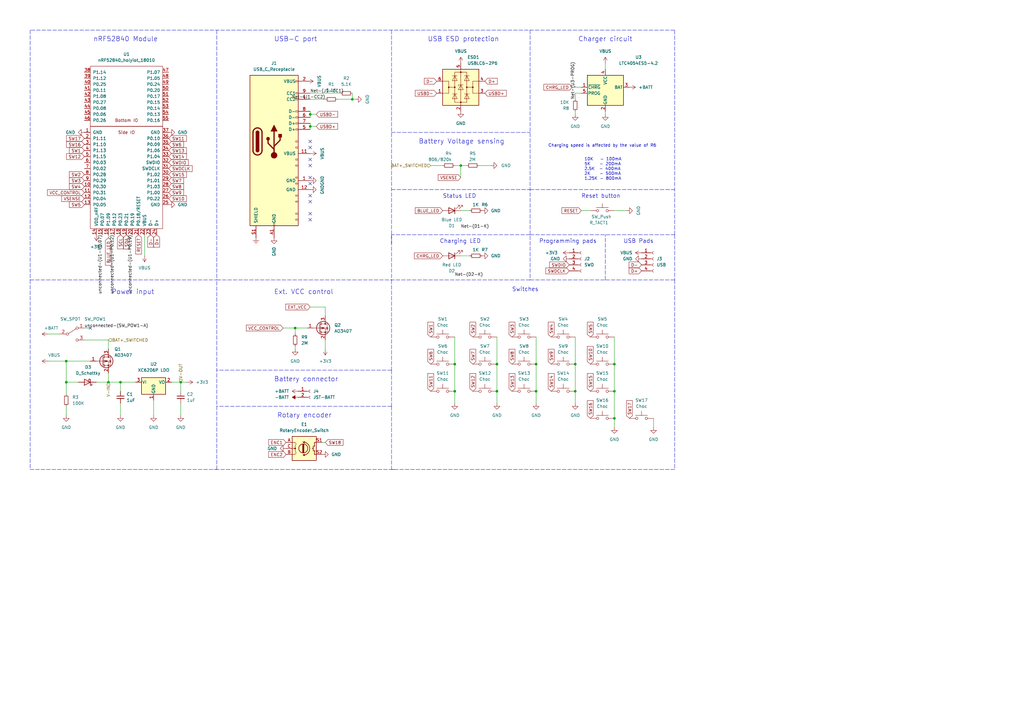
<source format=kicad_sch>
(kicad_sch (version 20211123) (generator eeschema)
  (paper "User" 431.8 299.999)
  (lib_symbols
    (symbol "Battery_Management:LTC4054ES5-4.2" (pin_names (offset 0.254))
      (property "Reference" "U" (at -5.842 6.604 0))
      (property "Value" "LTC4054ES5-4.2" (at 1.524 6.604 0))
      (symbol "LTC4054ES5-4.2_1_1"
        (pin open_collector line (at -10.16 0 0) (length 2.54) (name "~{CHRG}") (number "1"))
        (pin power_in line (at 0 -10.16 90) (length 2.54) (name "GND") (number "2"))
        (pin power_out line (at 10.16 0 180) (length 2.54) (name "BAT") (number "3"))
        (pin power_in line (at 0 7.62 270) (length 2.54) (name "VCC") (number "4"))
        (pin bidirectional line (at -10.16 -2.54 0) (length 2.54) (name "PROG") (number "5"))
      )
    )
    (symbol "Connector:Conn_01x02_Female" (pin_names (offset 1.016) hide)
      (property "Reference" "J" (at 0 2.54 0))
      (property "Value" "Conn_01x02_Female" (at 0 -5.08 0))
      (symbol "Conn_01x02_Female_1_1"
        (pin passive line (at -5.08 0 0) (length 3.81) (name "Pin_1") (number "1"))
        (pin passive line (at -5.08 -2.54 0) (length 3.81) (name "Pin_2") (number "2"))
      )
    )
    (symbol "Connector:Conn_01x04_Female" (pin_names (offset 1.016) hide)
      (property "Reference" "J" (at 0 5.08 0))
      (property "Value" "Conn_01x04_Female" (at 0 -7.62 0))
      (symbol "Conn_01x04_Female_1_1"
        (pin passive line (at -5.08 2.54 0) (length 3.81) (name "Pin_1") (number "1"))
        (pin passive line (at -5.08 0 0) (length 3.81) (name "Pin_2") (number "2"))
        (pin passive line (at -5.08 -2.54 0) (length 3.81) (name "Pin_3") (number "3"))
        (pin passive line (at -5.08 -5.08 0) (length 3.81) (name "Pin_4") (number "4"))
      )
    )
    (symbol "Connector:USB_C_Receptacle" (pin_names (offset 1.016))
      (property "Reference" "J1" (at 0 33.02 0))
      (property "Value" "USB_C_Receptacle" (at 0 30.48 0))
      (symbol "USB_C_Receptacle_1_1"
        (pin passive line (at 15.24 -16.51 180) (length 5.08) (name "GND") (number "1"))
        (pin passive line (at 15.24 -5.08 180) (length 5.08) (name "VBUS") (number "11"))
        (pin passive line (at 15.24 -20.32 180) (length 5.08) (name "GND") (number "12"))
        (pin passive line (at 15.24 25.4 180) (length 5.08) (name "VBUS") (number "2"))
        (pin bidirectional line (at 15.24 17.78 180) (length 5.08) (name "CC2") (number "4"))
        (pin bidirectional line (at 15.24 5.08 180) (length 5.08) (name "D+") (number "5"))
        (pin bidirectional line (at 15.24 10.16 180) (length 5.08) (name "D-") (number "6"))
        (pin bidirectional line (at 15.24 7.62 180) (length 5.08) (name "D+") (number "7"))
        (pin bidirectional line (at 15.24 12.7 180) (length 5.08) (name "D-") (number "8"))
        (pin bidirectional line (at 15.24 20.32 180) (length 5.08) (name "CC1") (number "9"))
        (pin passive line (at 0 -40.64 90) (length 5.08) (name "GND") (number "A1"))
        (pin passive line (at 0 -40.64 90) (length 5.08) hide (name "GND") (number "A12"))
        (pin passive line (at 0 -40.64 90) (length 5.08) hide (name "GND") (number "B1"))
        (pin passive line (at 0 -40.64 90) (length 5.08) hide (name "GND") (number "B12"))
        (pin passive line (at -7.62 -40.64 90) (length 5.08) (name "SHIELD") (number "S1"))
      )
    )
    (symbol "Device:C_Small" (pin_numbers hide) (pin_names (offset 0.254) hide)
      (property "Reference" "C" (at 0.254 1.778 0))
      (property "Value" "C_Small" (at 0.254 -2.032 0))
      (symbol "C_Small_1_1"
        (pin passive line (at 0 2.54 270) (length 2.032) (name "~") (number "1"))
        (pin passive line (at 0 -2.54 90) (length 2.032) (name "~") (number "2"))
      )
    )
    (symbol "Device:D_Schottky" (pin_numbers hide) (pin_names (offset 1.016) hide)
      (property "Reference" "D" (at 0 2.54 0))
      (property "Value" "D_Schottky" (at 0 -2.54 0))
      (symbol "D_Schottky_1_1"
        (pin passive line (at -3.81 0 0) (length 2.54) (name "K") (number "1"))
        (pin passive line (at 3.81 0 180) (length 2.54) (name "A") (number "2"))
      )
    )
    (symbol "Device:LED" (pin_numbers hide) (pin_names (offset 1.016) hide)
      (property "Reference" "D" (at 0 2.54 0))
      (property "Value" "LED" (at 0 -2.54 0))
      (symbol "LED_1_1"
        (pin passive line (at -3.81 0 0) (length 2.54) (name "K") (number "1"))
        (pin passive line (at 3.81 0 180) (length 2.54) (name "A") (number "2"))
      )
    )
    (symbol "Device:R_Small" (pin_numbers hide) (pin_names (offset 0.254) hide)
      (property "Reference" "R" (at 0.762 0.508 0))
      (property "Value" "R_Small" (at 0.762 -1.016 0))
      (symbol "R_Small_1_1"
        (pin passive line (at 0 2.54 270) (length 0.762) (name "~") (number "1"))
        (pin passive line (at 0 -2.54 90) (length 0.762) (name "~") (number "2"))
      )
    )
    (symbol "Device:RotaryEncoder_Switch" (pin_names (offset 0.254) hide)
      (property "Reference" "SW" (at 0 6.604 0))
      (property "Value" "RotaryEncoder_Switch" (at 0 -6.604 0))
      (symbol "RotaryEncoder_Switch_1_1"
        (pin passive line (at -7.62 2.54 0) (length 2.54) (name "A") (number "A"))
        (pin passive line (at -7.62 -2.54 0) (length 2.54) (name "B") (number "B"))
        (pin passive line (at -7.62 0 0) (length 2.54) (name "C") (number "C"))
        (pin passive line (at 7.62 2.54 180) (length 2.54) (name "S1") (number "S1"))
        (pin passive line (at 7.62 -2.54 180) (length 2.54) (name "S2") (number "S2"))
      )
    )
    (symbol "Power_Protection:USBLC6-2P6" (pin_names hide)
      (property "Reference" "U" (at 2.54 8.89 0))
      (property "Value" "USBLC6-2P6" (at 2.54 -8.89 0))
      (symbol "USBLC6-2P6_1_1"
        (pin passive line (at -10.16 -2.54 0) (length 2.54) (name "I/O1") (number "1"))
        (pin passive line (at 0 -10.16 90) (length 2.54) (name "GND") (number "2"))
        (pin passive line (at 10.16 -2.54 180) (length 2.54) (name "I/O2") (number "3"))
        (pin passive line (at 10.16 2.54 180) (length 2.54) (name "I/O2") (number "4"))
        (pin passive line (at 0 10.16 270) (length 2.54) (name "VBUS") (number "5"))
        (pin passive line (at -10.16 2.54 0) (length 2.54) (name "I/O1") (number "6"))
      )
    )
    (symbol "Switch:SW_Push" (pin_numbers hide) (pin_names (offset 1.016) hide)
      (property "Reference" "SW" (at 1.27 2.54 0))
      (property "Value" "SW_Push" (at 0 -1.524 0))
      (symbol "SW_Push_0_1"
        (pin passive line (at -5.08 0 0) (length 2.54) (name "1") (number "1"))
        (pin passive line (at 5.08 0 180) (length 2.54) (name "2") (number "2"))
      )
    )
    (symbol "Switch:SW_SPDT" (pin_names (offset 0) hide)
      (property "Reference" "SW" (at 0 4.318 0))
      (property "Value" "SW_SPDT" (at 0 -5.08 0))
      (symbol "SW_SPDT_1_1"
        (pin passive line (at 5.08 2.54 180) (length 2.54) (name "A") (number "1"))
        (pin passive line (at -5.08 0 0) (length 2.54) (name "B") (number "2"))
        (pin passive line (at 5.08 -2.54 180) (length 2.54) (name "C") (number "3"))
      )
    )
    (symbol "Transistor_FET:AO3401A" (pin_names hide)
      (property "Reference" "Q" (at 5.08 1.905 0))
      (property "Value" "AO3401A" (at 5.08 0 0))
      (symbol "AO3401A_1_1"
        (pin input line (at -5.08 0 0) (length 2.54) (name "G") (number "1"))
        (pin passive line (at 2.54 -5.08 90) (length 2.54) (name "S") (number "2"))
        (pin passive line (at 2.54 5.08 270) (length 2.54) (name "D") (number "3"))
      )
    )
    (symbol "kicad-keyboard-parts:XC6206PxxxMR-Regulator_Linear" (pin_names (offset 0.254))
      (property "Reference" "U" (at -3.81 3.175 0))
      (property "Value" "XC6206PxxxMR-Regulator_Linear" (at 0 3.175 0))
      (property "LCSC" "C5446" (at 0 0 0))
      (symbol "XC6206PxxxMR-Regulator_Linear_1_1"
        (pin power_in line (at 0 -7.62 90) (length 2.54) (name "GND") (number "1"))
        (pin power_out line (at 7.62 0 180) (length 2.54) (name "VO") (number "2"))
        (pin power_in line (at -7.62 0 0) (length 2.54) (name "VI") (number "3"))
      )
    )
    (symbol "kicad-keyboard-parts:nRF52840_holyiot_18010" (pin_names (offset 1.016))
      (property "Reference" "U" (at -2.54 39.37 0))
      (property "Value" "nRF52840_holyiot_18010" (at 0 36.83 0))
      (symbol "nRF52840_holyiot_18010_0_0"
        (text "Bottom IO" (at 0 11.43 0) (effects (font (size 1.27 1.27))))
        (text "Side IO" (at 0 6.35 0) (effects (font (size 1.27 1.27))))
      )
      (symbol "nRF52840_holyiot_18010_1_1"
        (pin power_in line (at -17.78 6.35 0) (length 2.54) (name "GND") (number "1"))
        (pin bidirectional line (at -17.78 -16.51 0) (length 2.54) (name "P0.30") (number "10"))
        (pin bidirectional line (at -17.78 -19.05 0) (length 2.54) (name "P0.31") (number "11"))
        (pin bidirectional line (at -17.78 -21.59 0) (length 2.54) (name "P0.04") (number "12"))
        (pin bidirectional line (at -17.78 -24.13 0) (length 2.54) (name "P0.05") (number "13"))
        (pin power_in line (at -12.7 -36.83 90) (length 2.54) (name "VDD_nRF") (number "14"))
        (pin bidirectional line (at -10.16 -36.83 90) (length 2.54) (name "P0.07") (number "15"))
        (pin bidirectional line (at -7.62 -36.83 90) (length 2.54) (name "P1.09") (number "16"))
        (pin bidirectional line (at -5.08 -36.83 90) (length 2.54) (name "P0.12") (number "17"))
        (pin bidirectional line (at -2.54 -36.83 90) (length 2.54) (name "P0.23") (number "18"))
        (pin bidirectional line (at 0 -36.83 90) (length 2.54) (name "P0.21") (number "19"))
        (pin bidirectional line (at -17.78 3.81 0) (length 2.54) (name "P1.11") (number "2"))
        (pin bidirectional line (at 2.54 -36.83 90) (length 2.54) (name "P0.19") (number "20"))
        (pin input line (at 5.08 -36.83 90) (length 2.54) (name "P0.18/RESET") (number "21"))
        (pin power_in line (at 7.62 -36.83 90) (length 2.54) (name "VBUS") (number "22"))
        (pin bidirectional line (at 10.16 -36.83 90) (length 2.54) (name "D-") (number "23"))
        (pin bidirectional line (at 12.7 -36.83 90) (length 2.54) (name "D+") (number "24"))
        (pin power_in line (at 17.78 -24.13 180) (length 2.54) (name "GND") (number "25"))
        (pin bidirectional line (at 17.78 -21.59 180) (length 2.54) (name "P0.22") (number "26"))
        (pin bidirectional line (at 17.78 -19.05 180) (length 2.54) (name "P1.00") (number "27"))
        (pin bidirectional line (at 17.78 -16.51 180) (length 2.54) (name "P1.03") (number "28"))
        (pin bidirectional line (at 17.78 -13.97 180) (length 2.54) (name "P1.01") (number "29"))
        (pin bidirectional line (at -17.78 1.27 0) (length 2.54) (name "P1.10") (number "3"))
        (pin bidirectional line (at 17.78 -11.43 180) (length 2.54) (name "P1.02") (number "30"))
        (pin bidirectional line (at 17.78 -8.89 180) (length 2.54) (name "SWDCLK") (number "31"))
        (pin bidirectional line (at 17.78 -6.35 180) (length 2.54) (name "SWDIO") (number "32"))
        (pin bidirectional line (at 17.78 -3.81 180) (length 2.54) (name "P1.04") (number "33"))
        (pin bidirectional line (at 17.78 -1.27 180) (length 2.54) (name "P1.06") (number "34"))
        (pin bidirectional line (at 17.78 1.27 180) (length 2.54) (name "P0.09") (number "35"))
        (pin bidirectional line (at 17.78 3.81 180) (length 2.54) (name "P0.10") (number "36"))
        (pin power_in line (at 17.78 6.35 180) (length 2.54) (name "GND") (number "37"))
        (pin bidirectional line (at -17.78 31.75 0) (length 2.54) (name "P1.14") (number "38"))
        (pin bidirectional line (at -17.78 29.21 0) (length 2.54) (name "P1.12") (number "39"))
        (pin bidirectional line (at -17.78 -1.27 0) (length 2.54) (name "P1.13") (number "4"))
        (pin bidirectional line (at -17.78 26.67 0) (length 2.54) (name "P0.25") (number "40"))
        (pin bidirectional line (at -17.78 24.13 0) (length 2.54) (name "P0.11") (number "41"))
        (pin bidirectional line (at -17.78 21.59 0) (length 2.54) (name "P1.08") (number "42"))
        (pin bidirectional line (at -17.78 19.05 0) (length 2.54) (name "P0.27") (number "43"))
        (pin bidirectional line (at -17.78 16.51 0) (length 2.54) (name "P0.08") (number "44"))
        (pin bidirectional line (at -17.78 13.97 0) (length 2.54) (name "P0.06") (number "45"))
        (pin bidirectional line (at -17.78 11.43 0) (length 2.54) (name "P0.26") (number "46"))
        (pin bidirectional line (at 17.78 31.75 180) (length 2.54) (name "P1.07") (number "47"))
        (pin bidirectional line (at 17.78 29.21 180) (length 2.54) (name "P1.05") (number "48"))
        (pin bidirectional line (at 17.78 26.67 180) (length 2.54) (name "P0.24") (number "49"))
        (pin bidirectional line (at -17.78 -3.81 0) (length 2.54) (name "P1.15") (number "5"))
        (pin bidirectional line (at 17.78 24.13 180) (length 2.54) (name "P0.20") (number "50"))
        (pin bidirectional line (at 17.78 21.59 180) (length 2.54) (name "P0.17") (number "51"))
        (pin bidirectional line (at 17.78 19.05 180) (length 2.54) (name "P0.15") (number "52"))
        (pin bidirectional line (at 17.78 16.51 180) (length 2.54) (name "P0.14") (number "53"))
        (pin bidirectional line (at 17.78 13.97 180) (length 2.54) (name "P0.13") (number "54"))
        (pin bidirectional line (at 17.78 11.43 180) (length 2.54) (name "P0.16") (number "55"))
        (pin bidirectional line (at -17.78 -6.35 0) (length 2.54) (name "P0.03") (number "6"))
        (pin bidirectional line (at -17.78 -8.89 0) (length 2.54) (name "P0.02") (number "7"))
        (pin bidirectional line (at -17.78 -11.43 0) (length 2.54) (name "P0.28") (number "8"))
        (pin bidirectional line (at -17.78 -13.97 0) (length 2.54) (name "P0.29") (number "9"))
      )
    )
    (symbol "power:+3.3V" (power) (pin_names (offset 0))
      (property "Value" "+3.3V" (at 0 3.556 0))
      (symbol "+3.3V_1_1"
        (pin power_in line (at 0 0 90) (length 0) hide (name "+3V3") (number "1"))
      )
    )
    (symbol "power:+BATT" (power) (pin_names (offset 0))
      (property "Value" "+BATT" (at 0 3.556 0))
      (symbol "+BATT_1_1"
        (pin power_in line (at 0 0 90) (length 0) hide (name "+BATT") (number "1"))
      )
    )
    (symbol "power:-BATT" (power) (pin_names (offset 0))
      (property "Value" "-BATT" (at 0 3.556 0))
      (symbol "-BATT_1_1"
        (pin power_in line (at 0 0 90) (length 0) hide (name "-BATT") (number "1"))
      )
    )
    (symbol "power:Earth" (power) (pin_names (offset 0))
      (symbol "Earth_1_1"
        (pin power_in line (at 0 0 270) (length 0) hide (name "Earth") (number "1"))
      )
    )
    (symbol "power:GND" (power) (pin_names (offset 0))
      (property "Value" "GND" (at 0 -3.81 0))
      (symbol "GND_1_1"
        (pin power_in line (at 0 0 270) (length 0) hide (name "GND") (number "1"))
      )
    )
    (symbol "power:VBUS" (power) (pin_names (offset 0))
      (property "Value" "VBUS" (at 0 3.81 0))
      (symbol "VBUS_1_1"
        (pin power_in line (at 0 0 90) (length 0) hide (name "VBUS") (number "1"))
      )
    )
  )
  (junction (at 191.77 165.1))
  (junction (at 50.8 161.29))
  (junction (at 27.94 152.4))
  (junction (at 27.94 161.29))
  (junction (at 226.06 153.67))
  (junction (at 130.81 53.34))
  (junction (at 76.2 161.29))
  (junction (at 148.59 41.91))
  (junction (at 226.06 165.1))
  (junction (at 130.81 48.26))
  (junction (at 242.57 165.1))
  (junction (at 259.08 153.67))
  (junction (at 242.57 153.67))
  (junction (at 191.77 153.67))
  (junction (at 209.55 153.67))
  (junction (at 259.08 165.1))
  (junction (at 194.31 69.85))
  (junction (at 209.55 165.1))
  (junction (at 45.72 161.29))
  (junction (at 124.46 138.43))
  (junction (at 259.08 176.53))
  (no_connect (at 130.81 92.71))
  (no_connect (at 130.81 90.17))
  (no_connect (at 38.1 138.43))
  (no_connect (at 130.81 85.09))
  (no_connect (at 130.81 77.47))
  (no_connect (at 130.81 62.23))
  (no_connect (at 130.81 69.85))
  (no_connect (at 130.81 74.93))
  (no_connect (at 130.81 67.31))
  (no_connect (at 130.81 59.69))
  (no_connect (at 130.81 82.55))
  (polyline (pts (xy 12.7 118.11) (xy 91.44 118.11)))
  (polyline (pts (xy 91.44 12.7) (xy 91.44 118.11)))
  (wire (pts (xy 76.2 161.29) (xy 76.2 165.1)))
  (wire (pts (xy 124.46 138.43) (xy 129.54 138.43)))
  (wire (pts (xy 119.38 138.43) (xy 124.46 138.43)))
  (wire (pts (xy 241.3 36.83) (xy 245.11 36.83)))
  (wire (pts (xy 209.55 165.1) (xy 209.55 170.18)))
  (wire (pts (xy 50.8 170.18) (xy 50.8 175.26)))
  (wire (pts (xy 50.8 161.29) (xy 50.8 165.1)))
  (wire (pts (xy 194.31 69.85) (xy 196.85 69.85)))
  (wire (pts (xy 191.77 69.85) (xy 194.31 69.85)))
  (wire (pts (xy 60.96 99.06) (xy 60.96 107.95)))
  (polyline (pts (xy 223.52 118.11) (xy 255.27 118.11)))
  (polyline (pts (xy 255.27 118.11) (xy 255.27 99.06)))
  (wire (pts (xy 137.16 147.32) (xy 137.16 143.51)))
  (polyline (pts (xy 165.1 80.01) (xy 223.52 80.01)))
  (wire (pts (xy 194.31 88.9) (xy 198.12 88.9)))
  (wire (pts (xy 242.57 153.67) (xy 242.57 165.1)))
  (wire (pts (xy 35.56 143.51) (xy 45.72 143.51)))
  (wire (pts (xy 137.16 186.69) (xy 135.89 186.69)))
  (wire (pts (xy 242.57 46.99) (xy 242.57 48.26)))
  (wire (pts (xy 27.94 175.26) (xy 27.94 171.45)))
  (wire (pts (xy 275.59 176.53) (xy 275.59 180.34)))
  (wire (pts (xy 194.31 69.85) (xy 194.31 74.93)))
  (wire (pts (xy 76.2 161.29) (xy 78.74 161.29)))
  (wire (pts (xy 72.39 161.29) (xy 76.2 161.29)))
  (wire (pts (xy 25.4 140.97) (xy 20.32 140.97)))
  (polyline (pts (xy 165.1 99.06) (xy 165.1 102.87)))
  (polyline (pts (xy 223.52 99.06) (xy 165.1 99.06)))
  (polyline (pts (xy 165.1 156.21) (xy 91.44 156.21)))
  (polyline (pts (xy 165.1 118.11) (xy 165.1 156.21)))
  (wire (pts (xy 20.32 152.4) (xy 27.94 152.4)))
  (wire (pts (xy 27.94 152.4) (xy 38.1 152.4)))
  (wire (pts (xy 76.2 170.18) (xy 76.2 175.26)))
  (wire (pts (xy 124.46 138.43) (xy 124.46 140.97)))
  (wire (pts (xy 50.8 161.29) (xy 57.15 161.29)))
  (wire (pts (xy 40.64 161.29) (xy 45.72 161.29)))
  (wire (pts (xy 45.72 161.29) (xy 50.8 161.29)))
  (wire (pts (xy 45.72 157.48) (xy 45.72 161.29)))
  (wire (pts (xy 226.06 142.24) (xy 226.06 153.67)))
  (wire (pts (xy 27.94 152.4) (xy 27.94 161.29)))
  (wire (pts (xy 27.94 161.29) (xy 27.94 166.37)))
  (polyline (pts (xy 165.1 55.88) (xy 223.52 55.88)))
  (wire (pts (xy 245.11 39.37) (xy 242.57 39.37)))
  (wire (pts (xy 242.57 39.37) (xy 242.57 41.91)))
  (wire (pts (xy 45.72 99.06) (xy 45.72 100.33)))
  (wire (pts (xy 130.81 129.54) (xy 137.16 129.54)))
  (wire (pts (xy 209.55 142.24) (xy 209.55 153.67)))
  (wire (pts (xy 129.54 34.29) (xy 130.81 34.29)))
  (wire (pts (xy 27.94 161.29) (xy 33.02 161.29)))
  (polyline (pts (xy 91.44 198.12) (xy 91.44 118.11)))
  (polyline (pts (xy 12.7 118.11) (xy 12.7 198.12)))
  (polyline (pts (xy 12.7 198.12) (xy 91.44 198.12)))
  (wire (pts (xy 259.08 88.9) (xy 264.16 88.9)))
  (wire (pts (xy 201.93 69.85) (xy 207.01 69.85)))
  (wire (pts (xy 45.72 147.32) (xy 45.72 143.51)))
  (polyline (pts (xy 284.48 12.7) (xy 12.7 12.7)))
  (polyline (pts (xy 12.7 12.7) (xy 12.7 118.11)))
  (polyline (pts (xy 284.48 99.06) (xy 284.48 12.7)))
  (polyline (pts (xy 223.52 99.06) (xy 284.48 99.06)))
  (wire (pts (xy 35.56 138.43) (xy 38.1 138.43)))
  (wire (pts (xy 194.31 107.95) (xy 198.12 107.95)))
  (wire (pts (xy 226.06 153.67) (xy 226.06 165.1)))
  (wire (pts (xy 130.81 53.34) (xy 130.81 52.07)))
  (wire (pts (xy 130.81 54.61) (xy 130.81 53.34)))
  (wire (pts (xy 130.81 53.34) (xy 133.35 53.34)))
  (wire (pts (xy 259.08 153.67) (xy 259.08 165.1)))
  (wire (pts (xy 242.57 142.24) (xy 242.57 153.67)))
  (wire (pts (xy 148.59 41.91) (xy 149.86 41.91)))
  (wire (pts (xy 142.24 41.91) (xy 148.59 41.91)))
  (wire (pts (xy 242.57 165.1) (xy 242.57 170.18)))
  (wire (pts (xy 209.55 153.67) (xy 209.55 165.1)))
  (wire (pts (xy 130.81 39.37) (xy 143.51 39.37)))
  (wire (pts (xy 130.81 41.91) (xy 137.16 41.91)))
  (wire (pts (xy 259.08 176.53) (xy 259.08 180.34)))
  (wire (pts (xy 259.08 165.1) (xy 259.08 176.53)))
  (wire (pts (xy 255.27 48.26) (xy 255.27 46.99)))
  (wire (pts (xy 259.08 142.24) (xy 259.08 153.67)))
  (wire (pts (xy 191.77 142.24) (xy 191.77 153.67)))
  (wire (pts (xy 191.77 153.67) (xy 191.77 165.1)))
  (wire (pts (xy 191.77 165.1) (xy 191.77 170.18)))
  (wire (pts (xy 255.27 26.67) (xy 255.27 29.21)))
  (polyline (pts (xy 284.48 198.12) (xy 90.17 198.12)))
  (polyline (pts (xy 284.48 118.11) (xy 284.48 198.12)))
  (wire (pts (xy 245.11 88.9) (xy 248.92 88.9)))
  (polyline (pts (xy 165.1 156.21) (xy 165.1 171.45)))
  (polyline (pts (xy 165.1 171.45) (xy 91.44 171.45)))
  (wire (pts (xy 64.77 168.91) (xy 64.77 175.26)))
  (wire (pts (xy 181.61 69.85) (xy 186.69 69.85)))
  (polyline (pts (xy 284.48 99.06) (xy 284.48 118.11)))
  (polyline (pts (xy 284.48 118.11) (xy 255.27 118.11)))
  (wire (pts (xy 226.06 165.1) (xy 226.06 170.18)))
  (wire (pts (xy 130.81 46.99) (xy 130.81 48.26)))
  (wire (pts (xy 130.81 48.26) (xy 133.35 48.26)))
  (wire (pts (xy 130.81 48.26) (xy 130.81 49.53)))
  (polyline (pts (xy 91.44 118.11) (xy 165.1 118.11)))
  (polyline (pts (xy 165.1 12.7) (xy 165.1 118.11)))
  (polyline (pts (xy 165.1 171.45) (xy 165.1 198.12)))
  (polyline (pts (xy 165.1 198.12) (xy 166.37 198.12)))
  (polyline (pts (xy 223.52 118.11) (xy 165.1 118.11)))
  (polyline (pts (xy 223.52 12.7) (xy 223.52 118.11)))
  (wire (pts (xy 137.16 129.54) (xy 137.16 133.35)))
  (wire (pts (xy 124.46 147.32) (xy 124.46 146.05)))
  (wire (pts (xy 148.59 41.91) (xy 148.59 39.37)))
  (polyline (pts (xy 223.52 80.01) (xy 284.48 80.01)))
  (text "Status LED" (at 186.69 83.82 0) (effects (font (size 1.7 1.7)) (justify left bottom)))
  (text "Battery Voltage sensing" (at 176.53 60.96 0) (effects (font (size 2 2)) (justify left bottom)))
  (text "Rotary encoder" (at 116.84 176.53 0) (effects (font (size 2 2)) (justify left bottom)))
  (text "10K   - 100mA\n5K    - 200mA\n2.5K  - 400mA\n2K    - 500mA\n1.25K - 800mA" (at 246.38 76.2 0) (effects (font (size 1.27 1.27)) (justify left bottom)))
  (text "USB-C port" (at 115.57 17.78 0) (effects (font (size 2 2)) (justify left bottom)))
  (text "Charging LED" (at 185.42 102.87 0) (effects (font (size 1.7 1.7)) (justify left bottom)))
  (text "Battery connector" (at 115.57 161.29 0) (effects (font (size 2 2)) (justify left bottom)))
  (text "Charger circuit" (at 243.84 17.78 0) (effects (font (size 2 2)) (justify left bottom)))
  (text "Switches" (at 215.9 123.19 0) (effects (font (size 1.7 1.7)) (justify left bottom)))
  (text "USB ESD protection" (at 180.34 17.78 0) (effects (font (size 2 2)) (justify left bottom)))
  (text "USB Pads" (at 262.89 102.87 0) (effects (font (size 1.7 1.7)) (justify left bottom)))
  (text "Programming pads" (at 227.33 102.87 0) (effects (font (size 1.7 1.7)) (justify left bottom)))
  (text "nRF52840 Module" (at 39.37 17.78 0) (effects (font (size 2 2)) (justify left bottom)))
  (text "Charging speed is affected by the value of R6" (at 231.14 62.23 0) (effects (font (size 1.27 1.27)) (justify left bottom)))
  (text "Reset button" (at 245.11 83.82 0) (effects (font (size 1.7 1.7)) (justify left bottom)))
  (text "Power input" (at 46.99 124.46 0) (effects (font (size 2 2)) (justify left bottom)))
  (text "Ext. VCC control" (at 115.57 124.46 0) (effects (font (size 2 2)) (justify left bottom)))
  (label "unconnected-(SW_POW1-A)" (at 35.56 138.43 0))
  (label "Net-(U3-PROG)" (at 242.57 41.91 90))
  (label "Net-(D2-K)" (at 191.77 116.84 0))
  (label "unconnected-(U1-P0.19)" (at 55.88 99.06 270))
  (label "Net-(J1-CC2)" (at 137.16 41.91 180))
  (label "unconnected-(U1-P0.07)" (at 43.18 99.06 270))
  (label "Net-(J1-CC1)" (at 130.81 39.37 0))
  (label "Net-(D1-K)" (at 194.31 96.52 0))
  (label "unconnected-(U1-P0.12)" (at 48.26 99.06 270))
  (global_label "BLUE_LED" (shape input) (at 186.69 88.9 180) (property "Intersheet References" "${INTERSHEET_REFS}" (effects hide)))
  (global_label "USBD-" (shape input) (at 133.35 48.26 0) (property "Intersheet References" "${INTERSHEET_REFS}" (effects hide)))
  (global_label "BLUE_LED" (shape input) (at 45.72 100.33 270) (property "Intersheet References" "${INTERSHEET_REFS}" (effects hide)))
  (global_label "SWDCLK" (shape input) (at 240.03 114.3 180) (property "Intersheet References" "${INTERSHEET_REFS}" (effects hide)))
  (global_label "SW2" (shape input) (at 199.39 142.24 90) (property "Intersheet References" "${INTERSHEET_REFS}" (effects hide)))
  (global_label "SW6" (shape input) (at 181.61 153.67 90) (property "Intersheet References" "${INTERSHEET_REFS}" (effects hide)))
  (global_label "SW17" (shape input) (at 35.56 58.42 180) (property "Intersheet References" "${INTERSHEET_REFS}" (effects hide)))
  (global_label "SW11" (shape input) (at 181.61 165.1 90) (property "Intersheet References" "${INTERSHEET_REFS}" (effects hide)))
  (global_label "SW2" (shape input) (at 35.56 73.66 180) (property "Intersheet References" "${INTERSHEET_REFS}" (effects hide)))
  (global_label "D-" (shape input) (at 270.51 111.76 180) (property "Intersheet References" "${INTERSHEET_REFS}" (effects hide)))
  (global_label "SCL" (shape input) (at 50.8 99.06 270) (property "Intersheet References" "${INTERSHEET_REFS}" (effects hide)))
  (global_label "SDA" (shape input) (at 53.34 99.06 270) (property "Intersheet References" "${INTERSHEET_REFS}" (effects hide)))
  (global_label "SW10" (shape input) (at 248.92 153.67 90) (property "Intersheet References" "${INTERSHEET_REFS}" (effects hide)))
  (global_label "SWDCLK" (shape input) (at 71.12 71.12 0) (property "Intersheet References" "${INTERSHEET_REFS}" (effects hide)))
  (global_label "SW10" (shape input) (at 71.12 83.82 0) (property "Intersheet References" "${INTERSHEET_REFS}" (effects hide)))
  (global_label "D-" (shape input) (at 184.15 34.29 180) (property "Intersheet References" "${INTERSHEET_REFS}" (effects hide)))
  (global_label "USBD-" (shape input) (at 184.15 39.37 180) (property "Intersheet References" "${INTERSHEET_REFS}" (effects hide)))
  (global_label "SW6" (shape input) (at 71.12 60.96 0) (property "Intersheet References" "${INTERSHEET_REFS}" (effects hide)))
  (global_label "D-" (shape input) (at 63.5 99.06 270) (property "Intersheet References" "${INTERSHEET_REFS}" (effects hide)))
  (global_label "SW11" (shape input) (at 71.12 58.42 0) (property "Intersheet References" "${INTERSHEET_REFS}" (effects hide)))
  (global_label "VSENSE" (shape input) (at 35.56 83.82 180) (property "Intersheet References" "${INTERSHEET_REFS}" (effects hide)))
  (global_label "SW4" (shape input) (at 232.41 142.24 90) (property "Intersheet References" "${INTERSHEET_REFS}" (effects hide)))
  (global_label "ENC1" (shape input) (at 120.65 186.69 180) (property "Intersheet References" "${INTERSHEET_REFS}" (effects hide)))
  (global_label "SW14" (shape input) (at 71.12 66.04 0) (property "Intersheet References" "${INTERSHEET_REFS}" (effects hide)))
  (global_label "SW15" (shape input) (at 248.92 165.1 90) (property "Intersheet References" "${INTERSHEET_REFS}" (effects hide)))
  (global_label "SW3" (shape input) (at 35.56 76.2 180) (property "Intersheet References" "${INTERSHEET_REFS}" (effects hide)))
  (global_label "VSENSE" (shape input) (at 194.31 74.93 180) (property "Intersheet References" "${INTERSHEET_REFS}" (effects hide)))
  (global_label "CHRG_LED" (shape input) (at 186.69 107.95 180) (property "Intersheet References" "${INTERSHEET_REFS}" (effects hide)))
  (global_label "USBD+" (shape input) (at 133.35 53.34 0) (property "Intersheet References" "${INTERSHEET_REFS}" (effects hide)))
  (global_label "SW15" (shape input) (at 71.12 73.66 0) (property "Intersheet References" "${INTERSHEET_REFS}" (effects hide)))
  (global_label "D+" (shape input) (at 66.04 99.06 270) (property "Intersheet References" "${INTERSHEET_REFS}" (effects hide)))
  (global_label "SW13" (shape input) (at 71.12 63.5 0) (property "Intersheet References" "${INTERSHEET_REFS}" (effects hide)))
  (global_label "SWDIO" (shape input) (at 71.12 68.58 0) (property "Intersheet References" "${INTERSHEET_REFS}" (effects hide)))
  (global_label "SW12" (shape input) (at 35.56 66.04 180) (property "Intersheet References" "${INTERSHEET_REFS}" (effects hide)))
  (global_label "ENC2" (shape input) (at 120.65 191.77 180) (property "Intersheet References" "${INTERSHEET_REFS}" (effects hide)))
  (global_label "SW1" (shape input) (at 181.61 142.24 90) (property "Intersheet References" "${INTERSHEET_REFS}" (effects hide)))
  (global_label "D+" (shape input) (at 204.47 34.29 0) (property "Intersheet References" "${INTERSHEET_REFS}" (effects hide)))
  (global_label "SW8" (shape input) (at 71.12 78.74 0) (property "Intersheet References" "${INTERSHEET_REFS}" (effects hide)))
  (global_label "D+" (shape input) (at 270.51 114.3 180) (property "Intersheet References" "${INTERSHEET_REFS}" (effects hide)))
  (global_label "SW17" (shape input) (at 265.43 176.53 90) (property "Intersheet References" "${INTERSHEET_REFS}" (effects hide)))
  (global_label "SW7" (shape input) (at 199.39 153.67 90) (property "Intersheet References" "${INTERSHEET_REFS}" (effects hide)))
  (global_label "SW9" (shape input) (at 71.12 81.28 0) (property "Intersheet References" "${INTERSHEET_REFS}" (effects hide)))
  (global_label "SW16" (shape input) (at 248.92 176.53 90) (property "Intersheet References" "${INTERSHEET_REFS}" (effects hide)))
  (global_label "SW8" (shape input) (at 215.9 153.67 90) (property "Intersheet References" "${INTERSHEET_REFS}" (effects hide)))
  (global_label "SW3" (shape input) (at 215.9 142.24 90) (property "Intersheet References" "${INTERSHEET_REFS}" (effects hide)))
  (global_label "SW12" (shape input) (at 199.39 165.1 90) (property "Intersheet References" "${INTERSHEET_REFS}" (effects hide)))
  (global_label "SW5" (shape input) (at 248.92 142.24 90) (property "Intersheet References" "${INTERSHEET_REFS}" (effects hide)))
  (global_label "RESET" (shape input) (at 58.42 99.06 270) (property "Intersheet References" "${INTERSHEET_REFS}" (effects hide)))
  (global_label "SW7" (shape input) (at 71.12 76.2 0) (property "Intersheet References" "${INTERSHEET_REFS}" (effects hide)))
  (global_label "SW4" (shape input) (at 35.56 78.74 180) (property "Intersheet References" "${INTERSHEET_REFS}" (effects hide)))
  (global_label "SW9" (shape input) (at 232.41 153.67 90) (property "Intersheet References" "${INTERSHEET_REFS}" (effects hide)))
  (global_label "VCC_CONTROL" (shape input) (at 35.56 81.28 180) (property "Intersheet References" "${INTERSHEET_REFS}" (effects hide)))
  (global_label "VCC_CONTROL" (shape input) (at 119.38 138.43 180) (property "Intersheet References" "${INTERSHEET_REFS}" (effects hide)))
  (global_label "SW16" (shape input) (at 35.56 60.96 180) (property "Intersheet References" "${INTERSHEET_REFS}" (effects hide)))
  (global_label "SW14" (shape input) (at 232.41 165.1 90) (property "Intersheet References" "${INTERSHEET_REFS}" (effects hide)))
  (global_label "SW1" (shape input) (at 35.56 63.5 180) (property "Intersheet References" "${INTERSHEET_REFS}" (effects hide)))
  (global_label "SW5" (shape input) (at 35.56 86.36 180) (property "Intersheet References" "${INTERSHEET_REFS}" (effects hide)))
  (global_label "CHRG_LED" (shape input) (at 241.3 36.83 180) (property "Intersheet References" "${INTERSHEET_REFS}" (effects hide)))
  (global_label "USBD+" (shape input) (at 204.47 39.37 0) (property "Intersheet References" "${INTERSHEET_REFS}" (effects hide)))
  (global_label "SWDIO" (shape input) (at 240.03 111.76 180) (property "Intersheet References" "${INTERSHEET_REFS}" (effects hide)))
  (global_label "EXT_VCC" (shape input) (at 130.81 129.54 180) (property "Intersheet References" "${INTERSHEET_REFS}" (effects hide)))
  (global_label "RESET" (shape input) (at 245.11 88.9 180) (property "Intersheet References" "${INTERSHEET_REFS}" (effects hide)))
  (global_label "SW13" (shape input) (at 215.9 165.1 90) (property "Intersheet References" "${INTERSHEET_REFS}" (effects hide)))
  (global_label "SW18" (shape input) (at 137.16 186.69 0) (property "Intersheet References" "${INTERSHEET_REFS}" (effects hide)))
  (hierarchical_label "BAT+_SWITCHED" (shape input) (at 181.61 69.85 180))
  (hierarchical_label "BAT+_SWITCHED" (shape input) (at 45.72 143.51 0))
  (hierarchical_label "V-IN" (shape input) (at 45.72 161.29 270))
  (hierarchical_label "V-OUT" (shape input) (at 76.2 161.29 90))
  (symbol (lib_id "Device:R_Small") (at 199.39 69.85 90) (unit 1)
    (property "Reference" "R5" (at 200.66 64.77 90) (effects (justify left)))
    (property "Value" "2M" (at 200.6599 67.31 90) (effects (justify left)))
    (property "Footprint" "Resistor_SMD:R_0603_1608Metric" (effects hide))
  )
  (symbol (lib_id "power:GND") (at 242.57 48.26 0) (unit 1)
    (property "Reference" "#PWR0134" (effects hide))
    (property "Value" "GND" (at 242.57 53.34 0))
  )
  (symbol (lib_id "Switch:SW_Push") (at 220.98 153.67 0) (unit 1)
    (property "Reference" "SW8" (at 220.98 146.05 0))
    (property "Value" "Choc" (at 220.98 148.59 0))
    (property "Footprint" "kicad-keyboard-parts:PG13500-reversible" (effects hide))
  )
  (symbol (lib_id "power:GND") (at 130.81 76.2 90) (unit 1)
    (property "Reference" "#PWR0133" (effects hide))
    (property "Value" "GND" (at 135.89 76.2 0))
  )
  (symbol (lib_id "Battery_Management:LTC4054ES5-4.2") (at 255.27 36.83 0) (unit 1)
    (property "Reference" "U3" (at 269.24 24.13 0))
    (property "Value" "LTC4054ES5-4.2" (at 269.24 26.67 0))
    (property "Footprint" "Package_TO_SOT_SMD:TSOT-23-5" (effects hide))
    (property "Datasheet" "https://www.analog.com/media/en/technical-documentation/data-sheets/405442xf.pdf" (effects hide))
  )
  (symbol (lib_id "power:GND") (at 226.06 170.18 0) (unit 1)
    (property "Reference" "#PWR0140" (effects hide))
    (property "Value" "GND" (at 226.06 175.26 0))
  )
  (symbol (lib_id "power:GND") (at 130.81 80.01 90) (unit 1)
    (property "Reference" "#PWR0144" (effects hide))
    (property "Value" "GND" (at 135.89 80.01 0))
  )
  (symbol (lib_id "Switch:SW_Push") (at 186.69 153.67 0) (unit 1)
    (property "Reference" "SW6" (at 186.69 146.05 0))
    (property "Value" "Choc" (at 186.69 148.59 0))
    (property "Footprint" "kicad-keyboard-parts:PG13500-reversible" (effects hide))
  )
  (symbol (lib_id "power:GND") (at 194.31 46.99 0) (unit 1)
    (property "Reference" "#PWR0136" (effects hide))
    (property "Value" "GND" (at 194.31 52.07 0))
  )
  (symbol (lib_id "Power_Protection:USBLC6-2P6") (at 194.31 36.83 0) (unit 1)
    (property "Reference" "ESD1" (at 197.0787 24.13 0) (effects (justify left)))
    (property "Value" "USBLC6-2P6" (at 197.0787 26.67 0) (effects (justify left)))
    (property "Footprint" "Package_TO_SOT_SMD:SOT-666" (effects hide))
    (property "Datasheet" "https://www.st.com/resource/en/datasheet/usblc6-2.pdf" (effects hide))
  )
  (symbol (lib_id "Switch:SW_Push") (at 254 88.9 0) (unit 1)
    (property "Reference" "R_TACT1" (at 256.54 93.98 0) (effects (justify right)))
    (property "Value" "SW_Push" (at 257.81 91.44 0) (effects (justify right)))
    (property "Footprint" "Button_Switch_SMD:SW_SPST_EVQP7C" (effects hide))
  )
  (symbol (lib_id "power:GND") (at 270.51 109.22 270) (unit 1)
    (property "Reference" "#PWR0127" (effects hide))
    (property "Value" "GND" (at 266.7 109.2199 90) (effects (justify right)))
  )
  (symbol (lib_id "power:GND") (at 76.2 175.26 0) (unit 1)
    (property "Reference" "#PWR0101" (effects hide))
    (property "Value" "GND" (at 76.2 180.34 0))
  )
  (symbol (lib_id "Device:R_Small") (at 124.46 143.51 0) (unit 1)
    (property "Reference" "R9" (at 127 142.24 0) (effects (justify left)))
    (property "Value" "2M" (at 127 144.7799 0) (effects (justify left)))
    (property "Footprint" "Resistor_SMD:R_0603_1608Metric" (effects hide))
  )
  (symbol (lib_id "Device:C_Small") (at 76.2 167.64 0) (unit 1)
    (property "Reference" "C2" (at 78.74 166.3762 0) (effects (justify left)))
    (property "Value" "1uF" (at 78.74 168.9162 0) (effects (justify left)))
    (property "Footprint" "Capacitor_SMD:C_0603_1608Metric" (effects hide))
  )
  (symbol (lib_id "kicad-keyboard-parts:nRF52840_holyiot_18010") (at 53.34 62.23 0) (unit 1)
    (property "Reference" "U1" (at 53.34 22.86 0))
    (property "Value" "nRF52840_holyiot_18010" (at 53.34 25.4 0))
    (property "Footprint" "nRF52840_holyiot_18010" (effects hide))
    (property "Datasheet" "http://www.holyiot.com/tp/2019042516322180424.pdf" (effects hide))
  )
  (symbol (lib_id "Switch:SW_Push") (at 254 165.1 0) (unit 1)
    (property "Reference" "SW15" (at 254 157.48 0))
    (property "Value" "Choc" (at 254 160.02 0))
    (property "Footprint" "kicad-keyboard-parts:PG13500-reversible" (effects hide))
  )
  (symbol (lib_id "Device:R_Small") (at 242.57 44.45 180) (unit 1)
    (property "Reference" "R8" (at 240.03 45.72 0) (effects (justify left)))
    (property "Value" "10K" (at 240.03 43.1801 0) (effects (justify left)))
    (property "Footprint" "Resistor_SMD:R_0603_1608Metric" (effects hide))
  )
  (symbol (lib_id "power:GND") (at 71.12 86.36 90) (unit 1)
    (property "Reference" "#PWR0115" (effects hide))
    (property "Value" "GND" (at 74.93 86.3599 90) (effects (justify right)))
  )
  (symbol (lib_id "power:+3.3V") (at 78.74 161.29 270) (unit 1)
    (property "Reference" "#PWR0102" (effects hide))
    (property "Value" "+3.3V" (at 82.55 161.2899 90) (effects (justify left)))
  )
  (symbol (lib_id "Switch:SW_Push") (at 204.47 153.67 0) (unit 1)
    (property "Reference" "SW7" (at 204.47 146.05 0))
    (property "Value" "Choc" (at 204.47 148.59 0))
    (property "Footprint" "kicad-keyboard-parts:PG13500-reversible" (effects hide))
  )
  (symbol (lib_id "power:GND") (at 35.56 55.88 270) (unit 1)
    (property "Reference" "#PWR0117" (effects hide))
    (property "Value" "GND" (at 31.75 55.8799 90) (effects (justify right)))
  )
  (symbol (lib_id "power:VBUS") (at 20.32 152.4 90) (unit 1)
    (property "Reference" "#PWR0103" (effects hide))
    (property "Value" "VBUS" (at 25.4 149.86 90) (effects (justify left)))
  )
  (symbol (lib_id "power:GND") (at 203.2 107.95 90) (unit 1)
    (property "Reference" "#PWR0130" (effects hide))
    (property "Value" "GND" (at 207.01 107.9499 90) (effects (justify right)))
  )
  (symbol (lib_id "Switch:SW_Push") (at 204.47 142.24 0) (unit 1)
    (property "Reference" "SW2" (at 204.47 134.62 0))
    (property "Value" "Choc" (at 204.47 137.16 0))
    (property "Footprint" "kicad-keyboard-parts:PG13500-reversible" (effects hide))
  )
  (symbol (lib_id "power:GND") (at 203.2 88.9 90) (unit 1)
    (property "Reference" "#PWR0131" (effects hide))
    (property "Value" "GND" (at 207.01 88.8999 90) (effects (justify right)))
  )
  (symbol (lib_id "Transistor_FET:AO3401A") (at 134.62 138.43 0) (unit 1)
    (property "Reference" "Q2" (at 140.97 137.1599 0) (effects (justify left)))
    (property "Value" "AO3407" (at 140.97 139.6999 0) (effects (justify left)))
    (property "Footprint" "Package_TO_SOT_SMD:SOT-23" (effects hide))
    (property "Datasheet" "http://www.aosmd.com/pdfs/datasheet/AO3401A.pdf" (effects hide))
  )
  (symbol (lib_id "Connector:Conn_01x02_Female") (at 130.81 165.1 0) (unit 1)
    (property "Reference" "J4" (at 132.08 165.0999 0) (effects (justify left)))
    (property "Value" "JST-BATT" (at 132.08 167.6399 0) (effects (justify left)))
    (property "Footprint" "Connector_JST:JST_PH_S2B-PH-K_1x02_P2.00mm_Horizontal" (effects hide))
  )
  (symbol (lib_id "power:GND") (at 64.77 175.26 0) (unit 1)
    (property "Reference" "#PWR0106" (effects hide))
    (property "Value" "GND" (at 64.77 180.34 0))
  )
  (symbol (lib_id "Device:D_Schottky") (at 36.83 161.29 180) (unit 1)
    (property "Reference" "D3" (at 37.1475 154.94 0))
    (property "Value" "D_Schottky" (at 37.1475 157.48 0))
    (property "Footprint" "Diode_SMD:D_SOD-323" (effects hide))
  )
  (symbol (lib_id "Switch:SW_Push") (at 254 153.67 0) (unit 1)
    (property "Reference" "SW10" (at 254 146.05 0))
    (property "Value" "Choc" (at 254 148.59 0))
    (property "Footprint" "kicad-keyboard-parts:PG13500-reversible" (effects hide))
  )
  (symbol (lib_id "power:+3.3V") (at 137.16 147.32 180) (unit 1)
    (property "Reference" "#PWR0112" (effects hide))
    (property "Value" "+3.3V" (at 137.16 152.4 0))
  )
  (symbol (lib_id "power:GND") (at 275.59 180.34 0) (unit 1)
    (property "Reference" "#PWR0142" (effects hide))
    (property "Value" "GND" (at 275.59 185.42 0))
  )
  (symbol (lib_id "power:GND") (at 255.27 48.26 0) (unit 1)
    (property "Reference" "#PWR0135" (effects hide))
    (property "Value" "GND" (at 255.27 53.34 0))
  )
  (symbol (lib_id "power:VBUS") (at 255.27 26.67 0) (unit 1)
    (property "Reference" "#PWR0123" (effects hide))
    (property "Value" "VBUS" (at 255.27 21.59 0))
  )
  (symbol (lib_id "Device:R_Small") (at 200.66 88.9 90) (unit 1)
    (property "Reference" "R6" (at 205.74 86.36 90) (effects (justify left)))
    (property "Value" "1K" (at 201.93 86.36 90) (effects (justify left)))
    (property "Footprint" "Resistor_SMD:R_0603_1608Metric" (effects hide))
  )
  (symbol (lib_id "Device:C_Small") (at 50.8 167.64 0) (unit 1)
    (property "Reference" "C1" (at 53.34 166.3762 0) (effects (justify left)))
    (property "Value" "1uF" (at 53.34 168.9162 0) (effects (justify left)))
    (property "Footprint" "Capacitor_SMD:C_0603_1608Metric" (effects hide))
  )
  (symbol (lib_id "power:VBUS") (at 129.54 34.29 270) (unit 1)
    (property "Reference" "#PWR0118" (effects hide))
    (property "Value" "VBUS" (at 134.62 34.29 0))
  )
  (symbol (lib_id "power:+3.3V") (at 40.64 99.06 180) (unit 1)
    (property "Reference" "#PWR0120" (effects hide))
    (property "Value" "+3.3V" (at 40.64 104.14 0))
  )
  (symbol (lib_id "Device:R_Small") (at 189.23 69.85 90) (unit 1)
    (property "Reference" "R4" (at 190.5 64.77 90) (effects (justify left)))
    (property "Value" "806/820k" (at 190.4999 67.31 90) (effects (justify left)))
    (property "Footprint" "Resistor_SMD:R_0603_1608Metric" (effects hide))
  )
  (symbol (lib_id "Switch:SW_SPDT") (at 30.48 140.97 0) (unit 1)
    (property "Reference" "SW_POW1" (at 35.56 134.62 0) (effects (justify left)))
    (property "Value" "SW_SPDT" (at 25.4 134.62 0) (effects (justify left)))
    (property "Footprint" "Button_Switch_SMD:SW_SPDT_PCM12" (effects hide))
  )
  (symbol (lib_id "Device:R_Small") (at 146.05 39.37 90) (mirror x) (unit 1)
    (property "Reference" "R2" (at 146.05 33.02 90))
    (property "Value" "5.1K" (at 146.05 35.56 90))
    (property "Footprint" "Resistor_SMD:R_0603_1608Metric" (effects hide))
  )
  (symbol (lib_id "Switch:SW_Push") (at 254 176.53 0) (unit 1)
    (property "Reference" "SW16" (at 254 168.91 0))
    (property "Value" "Choc" (at 254 171.45 0))
    (property "Footprint" "kicad-keyboard-parts:PG13500-reversible" (effects hide))
  )
  (symbol (lib_id "power:GND") (at 240.03 109.22 270) (unit 1)
    (property "Reference" "#PWR0126" (effects hide))
    (property "Value" "GND" (at 236.22 109.2199 90) (effects (justify right)))
  )
  (symbol (lib_id "kicad-keyboard-parts:XC6206PxxxMR-Regulator_Linear") (at 64.77 161.29 0) (unit 1)
    (property "Reference" "U2" (at 64.77 153.67 0))
    (property "Value" "XC6206P LDO" (at 64.77 156.21 0))
    (property "Footprint" "Package_TO_SOT_SMD:SOT-23" (effects hide))
    (property "Datasheet" "https://www.torexsemi.com/file/xc6206/XC6206.pdf" (effects hide))
    (property "LCSC" "C5446" (effects hide))
  )
  (symbol (lib_id "power:GND") (at 120.65 189.23 270) (unit 1)
    (property "Reference" "#PWR0114" (effects hide))
    (property "Value" "GND" (at 116.84 189.2299 90) (effects (justify right)))
  )
  (symbol (lib_id "Switch:SW_Push") (at 237.49 153.67 0) (unit 1)
    (property "Reference" "SW9" (at 237.49 146.05 0))
    (property "Value" "Choc" (at 237.49 148.59 0))
    (property "Footprint" "kicad-keyboard-parts:PG13500-reversible" (effects hide))
  )
  (symbol (lib_id "power:GND") (at 135.89 191.77 90) (unit 1)
    (property "Reference" "#PWR0116" (effects hide))
    (property "Value" "GND" (at 139.7 191.7699 90) (effects (justify right)))
  )
  (symbol (lib_id "power:+3.3V") (at 240.03 106.68 90) (unit 1)
    (property "Reference" "#PWR0125" (effects hide))
    (property "Value" "+3.3V" (at 229.87 106.68 90) (effects (justify right)))
  )
  (symbol (lib_id "power:Earth") (at 107.95 100.33 0) (unit 1)
    (property "Reference" "#PWR0109" (effects hide))
    (property "Value" "Earth" (effects hide))
  )
  (symbol (lib_id "power:GND") (at 124.46 147.32 0) (unit 1)
    (property "Reference" "#PWR0111" (effects hide))
    (property "Value" "GND" (at 124.46 152.4 0))
  )
  (symbol (lib_id "Switch:SW_Push") (at 204.47 165.1 0) (unit 1)
    (property "Reference" "SW12" (at 204.47 157.48 0))
    (property "Value" "Choc" (at 204.47 160.02 0))
    (property "Footprint" "kicad-keyboard-parts:PG13500-reversible" (effects hide))
  )
  (symbol (lib_id "Device:R_Small") (at 139.7 41.91 90) (unit 1)
    (property "Reference" "R1" (at 139.7 35.56 90))
    (property "Value" "5.1K" (at 139.7 38.1 90))
    (property "Footprint" "Resistor_SMD:R_0603_1608Metric" (effects hide))
  )
  (symbol (lib_id "Switch:SW_Push") (at 254 142.24 0) (unit 1)
    (property "Reference" "SW5" (at 254 134.62 0))
    (property "Value" "Choc" (at 254 137.16 0))
    (property "Footprint" "kicad-keyboard-parts:PG13500-reversible" (effects hide))
  )
  (symbol (lib_id "power:GND") (at 71.12 55.88 90) (unit 1)
    (property "Reference" "#PWR0119" (effects hide))
    (property "Value" "GND" (at 74.93 55.8799 90) (effects (justify right)))
  )
  (symbol (lib_id "power:VBUS") (at 194.31 26.67 0) (unit 1)
    (property "Reference" "#PWR0122" (effects hide))
    (property "Value" "VBUS" (at 194.31 21.59 0))
  )
  (symbol (lib_id "Device:LED") (at 190.5 88.9 180) (unit 1)
    (property "Reference" "D1" (at 190.5 95.25 0))
    (property "Value" "Blue LED" (at 190.5 92.71 0))
    (property "Footprint" "LED_SMD:LED_0603_1608Metric" (effects hide))
  )
  (symbol (lib_id "power:VBUS") (at 60.96 107.95 0) (mirror x) (unit 1)
    (property "Reference" "#PWR0121" (effects hide))
    (property "Value" "VBUS" (at 60.96 113.03 0))
  )
  (symbol (lib_id "power:GND") (at 191.77 170.18 0) (unit 1)
    (property "Reference" "#PWR0139" (effects hide))
    (property "Value" "GND" (at 191.77 175.26 0))
  )
  (symbol (lib_id "power:-BATT") (at 125.73 167.64 90) (unit 1)
    (property "Reference" "#PWR0113" (effects hide))
    (property "Value" "-BATT" (at 121.92 167.6399 90) (effects (justify left)))
  )
  (symbol (lib_id "Switch:SW_Push") (at 186.69 142.24 0) (unit 1)
    (property "Reference" "SW1" (at 186.69 134.62 0))
    (property "Value" "Choc" (at 186.69 137.16 0))
    (property "Footprint" "kicad-keyboard-parts:PG13500-reversible" (effects hide))
  )
  (symbol (lib_id "power:VBUS") (at 130.81 64.77 270) (unit 1)
    (property "Reference" "#PWR0145" (effects hide))
    (property "Value" "VBUS" (at 135.89 64.77 0))
  )
  (symbol (lib_id "power:GND") (at 27.94 175.26 0) (unit 1)
    (property "Reference" "#PWR0105" (effects hide))
    (property "Value" "GND" (at 27.94 180.34 0))
  )
  (symbol (lib_id "Connector:Conn_01x04_Female") (at 275.59 109.22 0) (unit 1)
    (property "Reference" "J3" (at 276.86 109.2199 0) (effects (justify left)))
    (property "Value" "USB" (at 276.86 111.7599 0) (effects (justify left)))
    (property "Footprint" "Connector_PinSocket_1.00mm:PinSocket_1x04_P1.00mm_Vertical" (effects hide))
  )
  (symbol (lib_id "Device:LED") (at 190.5 107.95 180) (unit 1)
    (property "Reference" "D2" (at 190.5 114.3 0))
    (property "Value" "Red LED" (at 190.5 111.76 0))
    (property "Footprint" "LED_SMD:LED_0603_1608Metric" (effects hide))
  )
  (symbol (lib_id "power:GND") (at 149.86 41.91 90) (unit 1)
    (property "Reference" "#PWR0137" (effects hide))
    (property "Value" "GND" (at 154.94 41.91 0))
  )
  (symbol (lib_id "Connector:Conn_01x04_Female") (at 245.11 109.22 0) (unit 1)
    (property "Reference" "J2" (at 246.38 109.2199 0) (effects (justify left)))
    (property "Value" "SWD" (at 246.38 111.7599 0) (effects (justify left)))
    (property "Footprint" "Connector_PinSocket_1.00mm:PinSocket_1x04_P1.00mm_Vertical" (effects hide))
  )
  (symbol (lib_id "Connector:USB_C_Receptacle") (at 115.57 59.69 0) (unit 1)
    (property "Reference" "J1" (at 115.57 26.67 0))
    (property "Value" "USB_C_Receptacle" (at 115.57 29.21 0))
    (property "Footprint" "USB-C-12-Pin-MidMount" (effects hide))
    (property "Datasheet" "https://www.usb.org/sites/default/files/documents/usb_type-c.zip" (effects hide))
  )
  (symbol (lib_id "Switch:SW_Push") (at 270.51 176.53 0) (unit 1)
    (property "Reference" "SW17" (at 270.51 168.91 0))
    (property "Value" "Choc" (at 270.51 171.45 0))
    (property "Footprint" "kicad-keyboard-parts:PG13500-reversible" (effects hide))
  )
  (symbol (lib_id "power:GND") (at 209.55 170.18 0) (unit 1)
    (property "Reference" "#PWR0138" (effects hide))
    (property "Value" "GND" (at 209.55 175.26 0))
  )
  (symbol (lib_id "power:VBUS") (at 270.51 106.68 90) (unit 1)
    (property "Reference" "#PWR0128" (effects hide))
    (property "Value" "VBUS" (at 266.7 106.6799 90) (effects (justify left)))
  )
  (symbol (lib_id "power:GND") (at 259.08 180.34 0) (unit 1)
    (property "Reference" "#PWR0143" (effects hide))
    (property "Value" "GND" (at 259.08 185.42 0))
  )
  (symbol (lib_id "power:GND") (at 207.01 69.85 90) (unit 1)
    (property "Reference" "#PWR0132" (effects hide))
    (property "Value" "GND" (at 213.36 69.85 90))
  )
  (symbol (lib_id "Device:R_Small") (at 27.94 168.91 0) (unit 1)
    (property "Reference" "R3" (at 30.48 167.6399 0) (effects (justify left)))
    (property "Value" "100K" (at 30.48 170.1799 0) (effects (justify left)))
    (property "Footprint" "Resistor_SMD:R_0603_1608Metric" (effects hide))
  )
  (symbol (lib_id "Transistor_FET:AO3401A") (at 43.18 152.4 0) (unit 1)
    (property "Reference" "Q1" (at 48.26 147.32 0) (effects (justify left)))
    (property "Value" "AO3407" (at 48.26 149.86 0) (effects (justify left)))
    (property "Footprint" "Package_TO_SOT_SMD:SOT-23" (effects hide))
    (property "Datasheet" "http://www.aosmd.com/pdfs/datasheet/AO3401A.pdf" (effects hide))
  )
  (symbol (lib_id "Device:RotaryEncoder_Switch") (at 128.27 189.23 0) (unit 1)
    (property "Reference" "E1" (at 128.27 179.07 0))
    (property "Value" "RotaryEncoder_Switch" (at 128.27 181.61 0))
    (property "Footprint" "rotary_encoder" (effects hide))
  )
  (symbol (lib_id "Switch:SW_Push") (at 220.98 142.24 0) (unit 1)
    (property "Reference" "SW3" (at 220.98 134.62 0))
    (property "Value" "Choc" (at 220.98 137.16 0))
    (property "Footprint" "kicad-keyboard-parts:PG13500-reversible" (effects hide))
  )
  (symbol (lib_id "power:GND") (at 115.57 100.33 0) (unit 1)
    (property "Reference" "#PWR0108" (effects hide))
    (property "Value" "GND" (at 115.5699 104.14 90) (effects (justify right)))
  )
  (symbol (lib_id "power:+BATT") (at 125.73 165.1 90) (unit 1)
    (property "Reference" "#PWR0110" (effects hide))
    (property "Value" "+BATT" (at 121.92 165.0999 90) (effects (justify left)))
  )
  (symbol (lib_id "power:GND") (at 50.8 175.26 0) (unit 1)
    (property "Reference" "#PWR0107" (effects hide))
    (property "Value" "GND" (at 50.8 180.34 0))
  )
  (symbol (lib_id "Switch:SW_Push") (at 220.98 165.1 0) (unit 1)
    (property "Reference" "SW13" (at 220.98 157.48 0))
    (property "Value" "Choc" (at 220.98 160.02 0))
    (property "Footprint" "kicad-keyboard-parts:PG13500-reversible" (effects hide))
  )
  (symbol (lib_id "Device:R_Small") (at 200.66 107.95 90) (unit 1)
    (property "Reference" "R7" (at 205.74 105.41 90) (effects (justify left)))
    (property "Value" "1K" (at 201.93 105.41 90) (effects (justify left)))
    (property "Footprint" "Resistor_SMD:R_0603_1608Metric" (effects hide))
  )
  (symbol (lib_id "power:GND") (at 264.16 88.9 90) (unit 1)
    (property "Reference" "#PWR0129" (effects hide))
    (property "Value" "GND" (at 269.24 88.9 0))
  )
  (symbol (lib_id "Switch:SW_Push") (at 186.69 165.1 0) (unit 1)
    (property "Reference" "SW11" (at 186.69 157.48 0))
    (property "Value" "Choc" (at 186.69 160.02 0))
    (property "Footprint" "kicad-keyboard-parts:PG13500-reversible" (effects hide))
  )
  (symbol (lib_id "Switch:SW_Push") (at 237.49 142.24 0) (unit 1)
    (property "Reference" "SW4" (at 237.49 134.62 0))
    (property "Value" "Choc" (at 237.49 137.16 0))
    (property "Footprint" "kicad-keyboard-parts:PG13500-reversible" (effects hide))
  )
  (symbol (lib_id "Switch:SW_Push") (at 237.49 165.1 0) (unit 1)
    (property "Reference" "SW14" (at 237.49 157.48 0))
    (property "Value" "Choc" (at 237.49 160.02 0))
    (property "Footprint" "kicad-keyboard-parts:PG13500-reversible" (effects hide))
  )
  (symbol (lib_id "power:+BATT") (at 265.43 36.83 270) (unit 1)
    (property "Reference" "#PWR0124" (effects hide))
    (property "Value" "+BATT" (at 269.24 36.8299 90) (effects (justify left)))
  )
  (symbol (lib_id "power:+BATT") (at 20.32 140.97 90) (unit 1)
    (property "Reference" "#PWR0104" (effects hide))
    (property "Value" "+BATT" (at 21.59 138.43 90))
  )
  (symbol (lib_id "power:GND") (at 242.57 170.18 0) (unit 1)
    (property "Reference" "#PWR0141" (effects hide))
    (property "Value" "GND" (at 242.57 175.26 0))
  )
)
</source>
